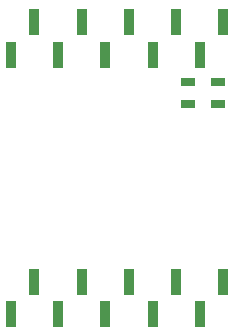
<source format=gtp>
G75*
%MOIN*%
%OFA0B0*%
%FSLAX25Y25*%
%IPPOS*%
%LPD*%
%AMOC8*
5,1,8,0,0,1.08239X$1,22.5*
%
%ADD10R,0.04724X0.03150*%
%ADD11R,0.03504X0.09055*%
D10*
X0198333Y0083257D03*
X0208333Y0083257D03*
X0208333Y0090343D03*
X0198333Y0090343D03*
D11*
X0139396Y0013020D03*
X0155144Y0013020D03*
X0170892Y0013020D03*
X0186640Y0013020D03*
X0202388Y0013020D03*
X0194514Y0023965D03*
X0178766Y0023965D03*
X0163018Y0023965D03*
X0147270Y0023965D03*
X0210262Y0023965D03*
X0202388Y0099635D03*
X0186640Y0099635D03*
X0170892Y0099635D03*
X0155144Y0099635D03*
X0139396Y0099635D03*
X0147270Y0110580D03*
X0163018Y0110580D03*
X0178766Y0110580D03*
X0194514Y0110580D03*
X0210262Y0110580D03*
M02*

</source>
